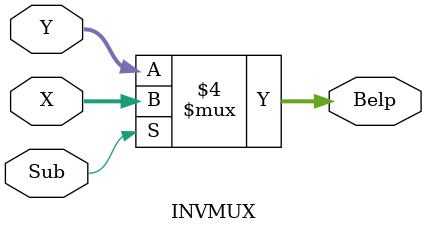
<source format=sv>
`timescale 1ns / 1ps


module INVMUX #(parameter WIDTH=3)(
         input logic [WIDTH:0] X,
         input logic [WIDTH:0] Y,
         input logic Sub,
         output logic [WIDTH:0] Belp //i used Z instead of an
    );

always_comb
begin
    if (Sub == 1)
        begin
            Belp = X;
        end
    else
        begin
            Belp = Y;
        end
end
endmodule

</source>
